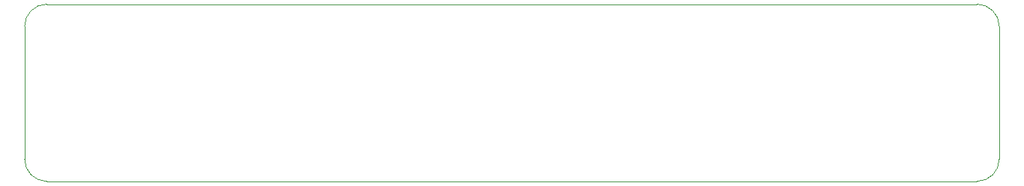
<source format=gm1>
%TF.GenerationSoftware,KiCad,Pcbnew,9.0.2-9.0.2-0~ubuntu22.04.1*%
%TF.CreationDate,2025-06-09T10:54:35+02:00*%
%TF.ProjectId,safety_board_Rev-A,73616665-7479-45f6-926f-6172645f5265,rev?*%
%TF.SameCoordinates,Original*%
%TF.FileFunction,Profile,NP*%
%FSLAX46Y46*%
G04 Gerber Fmt 4.6, Leading zero omitted, Abs format (unit mm)*
G04 Created by KiCad (PCBNEW 9.0.2-9.0.2-0~ubuntu22.04.1) date 2025-06-09 10:54:35*
%MOMM*%
%LPD*%
G01*
G04 APERTURE LIST*
%TA.AperFunction,Profile*%
%ADD10C,0.050000*%
%TD*%
G04 APERTURE END LIST*
D10*
X205000000Y-110000000D02*
G75*
G02*
X202500000Y-112500000I-2500000J0D01*
G01*
X202500000Y-92500000D02*
G75*
G02*
X205000000Y-95000000I0J-2500000D01*
G01*
X97500000Y-112500000D02*
G75*
G02*
X95000000Y-110000000I0J2500000D01*
G01*
X95000000Y-95000000D02*
G75*
G02*
X97500000Y-92500000I2500000J0D01*
G01*
X95000000Y-95000000D02*
X95000000Y-110000000D01*
X150000000Y-92500000D02*
X97500000Y-92500000D01*
X150000000Y-112500000D02*
X97500000Y-112500000D01*
X202500000Y-112500000D02*
X150000000Y-112500000D01*
X205000000Y-95000000D02*
X205000000Y-110000000D01*
X150000000Y-92500000D02*
X202500000Y-92500000D01*
M02*

</source>
